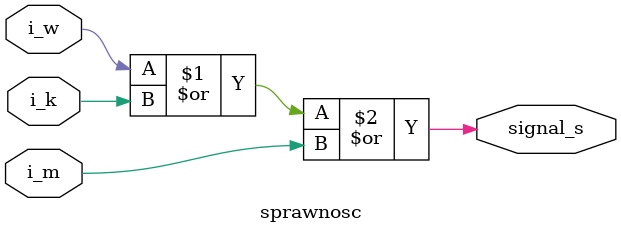
<source format=v>
`include "defines.v"

module sprawnosc(i_w,i_k, i_m, signal_s);

// c_k - czujnik iloci kubków
// i_w - ilosc wody
// i_k - iloæ kawy
// i_m - iloæ mleka
// p_b - posiadany bilon na wydanie reszty
// signal_s - wyjciowy sygna³

// deklaracja portów
output signal_s;
input i_w, i_k, i_m;

assign signal_s = i_w | i_k | i_m;

endmodule

</source>
